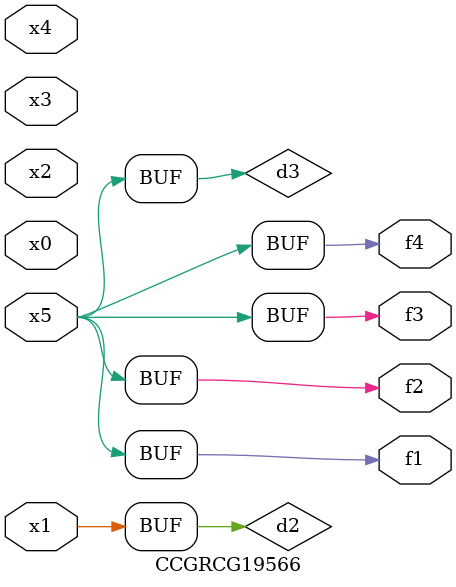
<source format=v>
module CCGRCG19566(
	input x0, x1, x2, x3, x4, x5,
	output f1, f2, f3, f4
);

	wire d1, d2, d3;

	not (d1, x5);
	or (d2, x1);
	xnor (d3, d1);
	assign f1 = d3;
	assign f2 = d3;
	assign f3 = d3;
	assign f4 = d3;
endmodule

</source>
